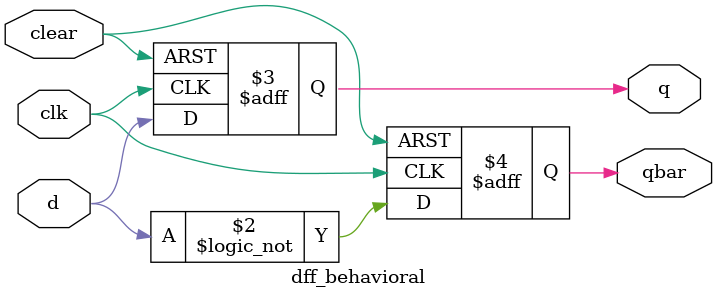
<source format=v>
module dff_behavioral(d,clk,clear,q,qbar); 
    input d, clk, clear; 
    output reg q, qbar; 
  
always@(posedge clk or posedge clear) 
begin
    if(clear)
      begin
        q <= 0;
        qbar <= 1;
      end
    else begin
        q <= d; 
        qbar = !d; 
    end
end 
endmodule

</source>
